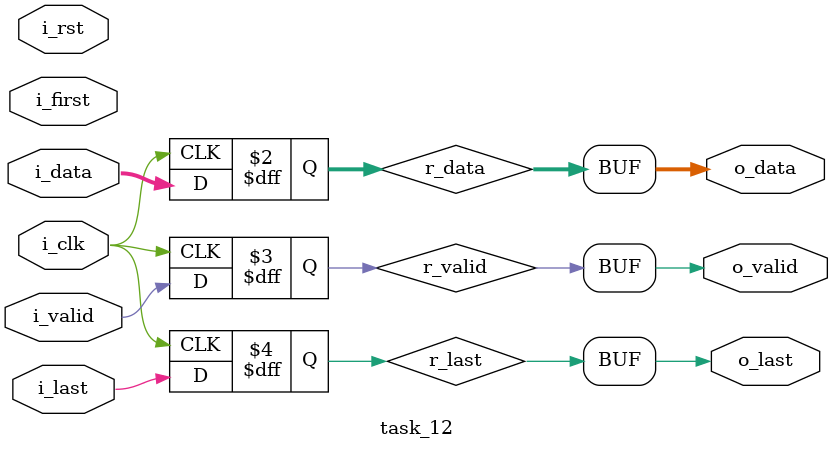
<source format=sv>
`timescale 1ns / 1ps
module task_12
#(
  parameter int TASK_INPUT_WIDTH = 8,
  parameter int TASK_OUTPUT_WIDTH = 8,
  parameter int INPUT_STREAMS     = 1,
  parameter int OUTPUT_STREAMS    = 1
)(
  input                         i_clk,
  input                         i_rst,

  input                         i_valid,
  input                         i_first,
  input                         i_last,
  input [TASK_INPUT_WIDTH-1:0]  i_data,

  output logic                  o_valid,
  output logic                  o_last,
  output logic [TASK_OUTPUT_WIDTH-1:0] o_data
);

  logic [TASK_OUTPUT_WIDTH-1:0] r_data; // Just a dummy register. Replace with your code.
  logic r_valid; // Just a dummy register. Replace with your code.
  logic r_last; // Just a dummy register. Replace with your code.

  always@(posedge i_clk) begin
    r_data <= i_data; // Just a dummy assignement. Replace with your code.
    r_valid <= i_valid; // Just a dummy assignement. Replace with your code.
    r_last <= i_last; // Just a dummy assignement. Replace with your code.
  end

  assign o_data = r_data; // Just a dummy assignement. Replace with your code.
  assign o_valid = r_valid; // Just a dummy assignement. Replace with your code.
  assign o_last = r_last; // Just a dummy assignement. Replace with your code.


endmodule

</source>
